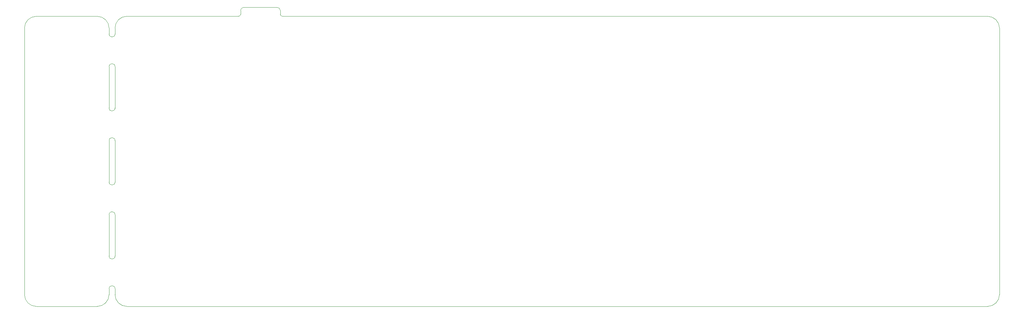
<source format=gm1>
G04 #@! TF.GenerationSoftware,KiCad,Pcbnew,(5.1.4-0)*
G04 #@! TF.CreationDate,2021-05-08T11:21:03-05:00*
G04 #@! TF.ProjectId,ori,6f72692e-6b69-4636-9164-5f7063625858,rev?*
G04 #@! TF.SameCoordinates,Original*
G04 #@! TF.FileFunction,Profile,NP*
%FSLAX46Y46*%
G04 Gerber Fmt 4.6, Leading zero omitted, Abs format (unit mm)*
G04 Created by KiCad (PCBNEW (5.1.4-0)) date 2021-05-08 11:21:03*
%MOMM*%
%LPD*%
G04 APERTURE LIST*
%ADD10C,0.050000*%
G04 APERTURE END LIST*
D10*
X73719646Y-118939697D02*
X58139719Y-118939689D01*
X76759646Y-115899697D02*
X76760002Y-114380000D01*
X78279998Y-114380000D02*
X78279999Y-115900002D01*
X76760002Y-106020000D02*
X76760002Y-95380000D01*
X78279998Y-95380000D02*
X78279998Y-106020000D01*
X76760000Y-87020000D02*
X76760002Y-76380000D01*
X78280000Y-76380000D02*
X78279998Y-87020000D01*
X76760002Y-68020000D02*
X76760002Y-57380000D01*
X78279998Y-57380000D02*
X78280000Y-68020000D01*
X76759646Y-47499877D02*
X76760002Y-49020000D01*
X78279999Y-47498752D02*
X78279998Y-49020000D01*
X78279998Y-49020000D02*
G75*
G02X76760002Y-49020000I-759998J0D01*
G01*
X76760002Y-76380000D02*
G75*
G02X78279998Y-76380000I759998J0D01*
G01*
X78279998Y-87020000D02*
G75*
G02X76760002Y-87020000I-759998J0D01*
G01*
X78279998Y-106020000D02*
G75*
G02X76760002Y-106020000I-759998J0D01*
G01*
X304759999Y-47501252D02*
X304759999Y-115900002D01*
X120597479Y-42956302D02*
X120597479Y-43906302D01*
X110440019Y-42956302D02*
X110440019Y-43906302D01*
X111217259Y-42179062D02*
X119820239Y-42179062D01*
X110440019Y-42956302D02*
G75*
G02X111217259Y-42179062I777240J0D01*
G01*
X119820239Y-42179062D02*
G75*
G02X120597479Y-42956302I0J-777240D01*
G01*
X55099719Y-115899689D02*
X55099703Y-47499885D01*
X58139703Y-44459885D02*
X73719646Y-44459877D01*
X58139719Y-118939689D02*
G75*
G02X55099719Y-115899689I0J3040000D01*
G01*
X55099703Y-47499885D02*
G75*
G02X58139703Y-44459885I3040000J0D01*
G01*
X76760002Y-95380000D02*
G75*
G02X78279998Y-95380000I759998J0D01*
G01*
X78279998Y-68020000D02*
G75*
G02X76760002Y-68020000I-759998J0D01*
G01*
X76760002Y-57380000D02*
G75*
G02X78279998Y-57380000I759998J0D01*
G01*
X76760002Y-114380000D02*
G75*
G02X78279998Y-114380000I759998J0D01*
G01*
X110440019Y-43906302D02*
X110440043Y-43941818D01*
X120597479Y-43941818D02*
X120597479Y-43906302D01*
X110440043Y-43941818D02*
G75*
G02X109921859Y-44460002I-518184J0D01*
G01*
X121115663Y-44460002D02*
G75*
G02X120597479Y-43941818I0J518184D01*
G01*
X304759999Y-115900002D02*
G75*
G02X301719999Y-118940002I-3040000J0D01*
G01*
X301719999Y-44461252D02*
G75*
G02X304759999Y-47501252I0J-3040000D01*
G01*
X81319999Y-118940002D02*
G75*
G02X78279999Y-115900002I0J3040000D01*
G01*
X78279999Y-47498752D02*
G75*
G02X81319999Y-44458752I3040000J0D01*
G01*
X73719646Y-44459877D02*
G75*
G02X76759646Y-47499877I0J-3040000D01*
G01*
X76759646Y-115899697D02*
G75*
G02X73719646Y-118939697I-3040000J0D01*
G01*
X109921859Y-44460002D02*
X81319999Y-44458752D01*
X81319999Y-118940002D02*
X301719999Y-118940002D01*
X301719999Y-44461252D02*
X121115663Y-44460002D01*
M02*

</source>
